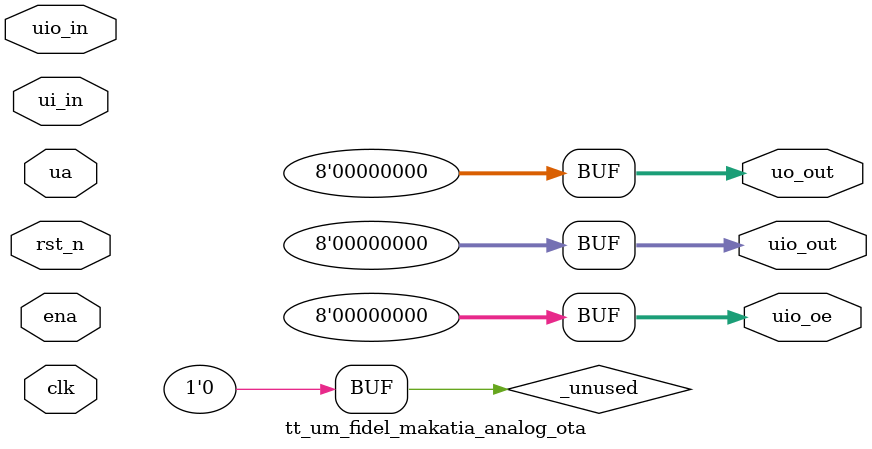
<source format=v>
/*
 * Single-Stage OTA - TinyTapeout Analog Wrapper
 * Copyright (c) 2025 Fidel Makatia
 * SPDX-License-Identifier: Apache-2.0
 *
 * This is a pure analog design. The actual OTA circuit is implemented
 * in the analog layout domain. This Verilog wrapper satisfies the
 * TinyTapeout digital interface requirement by tying all unused
 * digital outputs to ground.
 *
 * Analog pin mapping:
 *   ua[0] = VIN+  (positive differential input)
 *   ua[1] = VIN-  (negative differential input)
 *   ua[2] = VOUT  (single-ended output)
 *   ua[3] = IREF  (external 10uA reference current)
 */

`default_nettype none

module tt_um_fidel_makatia_analog_ota (
    input  wire       clk,
    input  wire       rst_n,
    input  wire       ena,
    input  wire [7:0] ui_in,
    output wire [7:0] uo_out,
    input  wire [7:0] uio_in,
    output wire [7:0] uio_out,
    output wire [7:0] uio_oe,
`ifdef GL_TEST
    input  wire       VPWR,
    input  wire       VGND,
`endif
    inout  wire [5:0] ua
);

    // Tie all unused digital outputs to ground
    assign uo_out  = 8'b0;
    assign uio_out = 8'b0;
    assign uio_oe  = 8'b0;

    // Suppress unused input warnings
    wire _unused = &{clk, rst_n, ena, ui_in, uio_in, 1'b0};

endmodule

</source>
